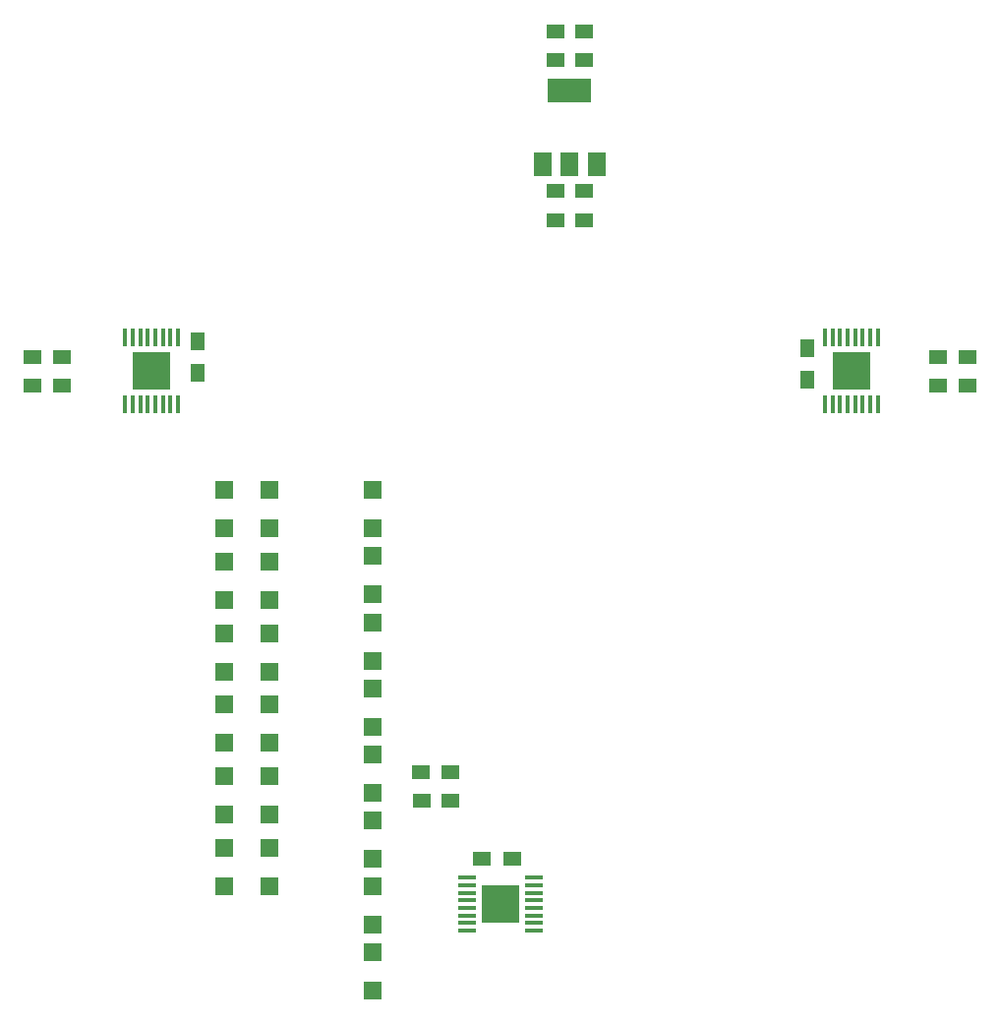
<source format=gtp>
G04 #@! TF.GenerationSoftware,KiCad,Pcbnew,(5.0.0)*
G04 #@! TF.CreationDate,2019-01-07T17:19:25-08:00*
G04 #@! TF.ProjectId,Lights,4C69676874732E6B696361645F706362,rev?*
G04 #@! TF.SameCoordinates,Original*
G04 #@! TF.FileFunction,Paste,Top*
G04 #@! TF.FilePolarity,Positive*
%FSLAX46Y46*%
G04 Gerber Fmt 4.6, Leading zero omitted, Abs format (unit mm)*
G04 Created by KiCad (PCBNEW (5.0.0)) date 01/07/19 17:19:25*
%MOMM*%
%LPD*%
G01*
G04 APERTURE LIST*
%ADD10R,1.500000X1.500000*%
%ADD11R,1.500000X1.250000*%
%ADD12R,1.600000X0.450000*%
%ADD13R,3.200000X3.200000*%
%ADD14R,0.450000X1.600000*%
%ADD15R,1.500000X1.300000*%
%ADD16R,1.300000X1.500000*%
%ADD17R,1.500000X2.000000*%
%ADD18R,3.800000X2.000000*%
G04 APERTURE END LIST*
D10*
G04 #@! TO.C,D13*
X41021000Y-77041740D03*
X41021000Y-80341740D03*
G04 #@! TD*
D11*
G04 #@! TO.C,C1*
X56750000Y-34250000D03*
X59250000Y-34250000D03*
G04 #@! TD*
G04 #@! TO.C,C2*
X45194000Y-84250000D03*
X47694000Y-84250000D03*
G04 #@! TD*
G04 #@! TO.C,C3*
X47750000Y-86750000D03*
X45250000Y-86750000D03*
G04 #@! TD*
G04 #@! TO.C,C4*
X92250000Y-48500000D03*
X89750000Y-48500000D03*
G04 #@! TD*
G04 #@! TO.C,C5*
X89750000Y-51000000D03*
X92250000Y-51000000D03*
G04 #@! TD*
G04 #@! TO.C,C6*
X11750000Y-48500000D03*
X14250000Y-48500000D03*
G04 #@! TD*
G04 #@! TO.C,C7*
X14250000Y-51000000D03*
X11750000Y-51000000D03*
G04 #@! TD*
D12*
G04 #@! TO.C,IC1*
X49195000Y-93356000D03*
X49195000Y-94006000D03*
X49195000Y-94656000D03*
X49195000Y-95306000D03*
X49195000Y-95956000D03*
X49195000Y-96606000D03*
X49195000Y-97256000D03*
X49195000Y-97906000D03*
X54945000Y-97906000D03*
X54945000Y-97256000D03*
X54945000Y-96606000D03*
X54945000Y-95956000D03*
X54945000Y-95306000D03*
X54945000Y-94656000D03*
X54945000Y-94006000D03*
X54945000Y-93356000D03*
D13*
X52070000Y-95631000D03*
G04 #@! TD*
G04 #@! TO.C,IC2*
X82250000Y-49750000D03*
D14*
X79975000Y-46875000D03*
X80625000Y-46875000D03*
X81275000Y-46875000D03*
X81925000Y-46875000D03*
X82575000Y-46875000D03*
X83225000Y-46875000D03*
X83875000Y-46875000D03*
X84525000Y-46875000D03*
X84525000Y-52625000D03*
X83875000Y-52625000D03*
X83225000Y-52625000D03*
X82575000Y-52625000D03*
X81925000Y-52625000D03*
X81275000Y-52625000D03*
X80625000Y-52625000D03*
X79975000Y-52625000D03*
G04 #@! TD*
G04 #@! TO.C,IC3*
X24275000Y-46875000D03*
X23625000Y-46875000D03*
X22975000Y-46875000D03*
X22325000Y-46875000D03*
X21675000Y-46875000D03*
X21025000Y-46875000D03*
X20375000Y-46875000D03*
X19725000Y-46875000D03*
X19725000Y-52625000D03*
X20375000Y-52625000D03*
X21025000Y-52625000D03*
X21675000Y-52625000D03*
X22325000Y-52625000D03*
X22975000Y-52625000D03*
X23625000Y-52625000D03*
X24275000Y-52625000D03*
D13*
X22000000Y-49750000D03*
G04 #@! TD*
D15*
G04 #@! TO.C,R1*
X53100000Y-91750000D03*
X50400000Y-91750000D03*
G04 #@! TD*
D16*
G04 #@! TO.C,R2*
X78500000Y-50450000D03*
X78500000Y-47750000D03*
G04 #@! TD*
G04 #@! TO.C,R3*
X26000000Y-49850000D03*
X26000000Y-47150000D03*
G04 #@! TD*
D17*
G04 #@! TO.C,U1*
X55700000Y-31900000D03*
X60300000Y-31900000D03*
X58000000Y-31900000D03*
D18*
X58000000Y-25600000D03*
G04 #@! TD*
D11*
G04 #@! TO.C,C8*
X56750000Y-36750000D03*
X59250000Y-36750000D03*
G04 #@! TD*
G04 #@! TO.C,C9*
X59250000Y-23000000D03*
X56750000Y-23000000D03*
G04 #@! TD*
G04 #@! TO.C,C10*
X56750000Y-20500000D03*
X59250000Y-20500000D03*
G04 #@! TD*
D10*
G04 #@! TO.C,D1*
X28221000Y-63289100D03*
X28221000Y-59989100D03*
G04 #@! TD*
G04 #@! TO.C,D2*
X28221000Y-69446060D03*
X28221000Y-66146060D03*
G04 #@! TD*
G04 #@! TO.C,D3*
X28221000Y-72303020D03*
X28221000Y-75603020D03*
G04 #@! TD*
G04 #@! TO.C,D4*
X28221000Y-81759980D03*
X28221000Y-78459980D03*
G04 #@! TD*
G04 #@! TO.C,D5*
X28221000Y-87916940D03*
X28221000Y-84616940D03*
G04 #@! TD*
G04 #@! TO.C,D6*
X28221000Y-90773900D03*
X28221000Y-94073900D03*
G04 #@! TD*
G04 #@! TO.C,D9*
X41021000Y-99784900D03*
X41021000Y-103084900D03*
G04 #@! TD*
G04 #@! TO.C,D10*
X41021000Y-97397840D03*
X41021000Y-94097840D03*
G04 #@! TD*
G04 #@! TO.C,D11*
X41021000Y-88413320D03*
X41021000Y-91713320D03*
G04 #@! TD*
G04 #@! TO.C,D12*
X41021000Y-86026260D03*
X41021000Y-82726260D03*
G04 #@! TD*
G04 #@! TO.C,D14*
X41021000Y-74654680D03*
X41021000Y-71354680D03*
G04 #@! TD*
G04 #@! TO.C,D15*
X41021000Y-68970160D03*
X41021000Y-65670160D03*
G04 #@! TD*
G04 #@! TO.C,D16*
X41021000Y-59983100D03*
X41021000Y-63283100D03*
G04 #@! TD*
G04 #@! TO.C,D17*
X32158000Y-59989100D03*
X32158000Y-63289100D03*
G04 #@! TD*
G04 #@! TO.C,D18*
X32158000Y-69446060D03*
X32158000Y-66146060D03*
G04 #@! TD*
G04 #@! TO.C,D19*
X32158000Y-72303020D03*
X32158000Y-75603020D03*
G04 #@! TD*
G04 #@! TO.C,D20*
X32158000Y-78459980D03*
X32158000Y-81759980D03*
G04 #@! TD*
G04 #@! TO.C,D21*
X32158000Y-87916940D03*
X32158000Y-84616940D03*
G04 #@! TD*
G04 #@! TO.C,D22*
X32158000Y-90773900D03*
X32158000Y-94073900D03*
G04 #@! TD*
M02*

</source>
